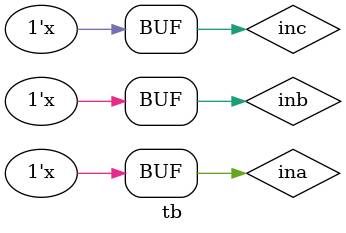
<source format=v>
`timescale 1ns / 1ps


    module tb();
    reg ina,inb,inc;
    wire outs,outc;
    myadder myunit(ina,inb,inc,outs,outc);
    
    initial begin
        ina=1'b0;  inb=1'b0;  inc=1'b0;
    end
    
    always #2 ina=~ina;
    always #3 inb=~inb;
    always #5 inc=~inc;
    
    endmodule

</source>
